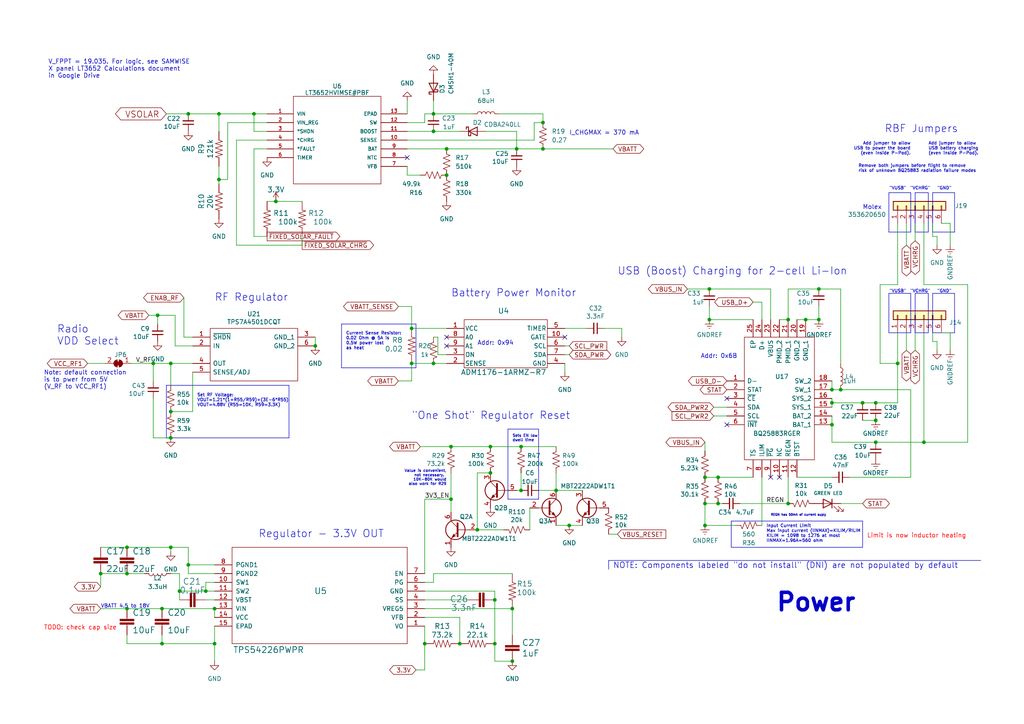
<source format=kicad_sch>
(kicad_sch (version 20230121) (generator eeschema)
  (paper "A4")
  (title_block (title "PyCubed Mainboard") (date "2024-05-14") (rev "v06b") (company "Stanford Student Space Initiative") (comment 1 "Ethan Brinser"))
  (junction (at 142.24 129.54))
  (junction (at 125.73 33.02))
  (junction (at 237.49 83.82))
  (junction (at 36.83 166.37))
  (junction (at 54.61 163.83))
  (junction (at 49.53 105.41))
  (junction (at 125.73 105.41))
  (junction (at 157.48 43.18))
  (junction (at 254 116.84))
  (junction (at 130.81 144.78))
  (junction (at 129.54 43.18))
  (junction (at 63.5 33.02))
  (junction (at 267.97 128.27))
  (junction (at 151.13 142.24))
  (junction (at 133.35 186.69))
  (junction (at 151.13 129.54))
  (junction (at 52.07 171.45))
  (junction (at 208.28 138.43))
  (junction (at 254 128.27))
  (junction (at 237.49 92.71))
  (junction (at 254 121.92))
  (junction (at 205.74 92.71))
  (junction (at 204.47 146.05))
  (junction (at 205.74 83.82))
  (junction (at 129.54 50.8))
  (junction (at 165.1 152.4))
  (junction (at 46.99 176.53))
  (junction (at 125.73 38.1))
  (junction (at 119.38 95.25))
  (junction (at 62.23 186.69))
  (junction (at 241.3 116.84))
  (junction (at 143.51 173.99))
  (junction (at 148.59 176.53))
  (junction (at 130.81 129.54))
  (junction (at 62.23 176.53))
  (junction (at 241.3 123.19))
  (junction (at 204.47 152.4))
  (junction (at 142.24 137.16))
  (junction (at 243.84 113.03))
  (junction (at 250.19 116.84))
  (junction (at 228.6 92.71))
  (junction (at 119.38 105.41))
  (junction (at 63.5 52.07))
  (junction (at 148.59 191.77))
  (junction (at 49.53 127))
  (junction (at 228.6 146.05))
  (junction (at 49.53 158.75))
  (junction (at 123.19 186.69))
  (junction (at 80.01 58.42))
  (junction (at 54.61 33.02))
  (junction (at 204.47 138.43))
  (junction (at 149.86 43.18))
  (junction (at 36.83 176.53))
  (junction (at 157.48 35.56))
  (junction (at 44.45 105.41))
  (junction (at 91.44 100.33))
  (junction (at 161.29 142.24))
  (junction (at 29.21 166.37))
  (junction (at 233.68 92.71))
  (junction (at 260.35 105.41))
  (junction (at 45.72 91.44))
  (junction (at 36.83 158.75))
  (junction (at 73.66 33.02))
  (junction (at 59.69 171.45))
  (junction (at 241.3 113.03))
  (junction (at 46.99 186.69))
  (junction (at 138.43 153.67))
  (junction (at 49.53 119.38))
  (junction (at 143.51 186.69))
  (junction (at 208.28 146.05))
  (no_connect (at 210.82 115.57))
  (no_connect (at 118.11 45.72))
  (no_connect (at 163.83 97.79))
  (no_connect (at 129.54 100.33))
  (no_connect (at 210.82 123.19))
  (no_connect (at 129.54 97.79))
  (no_connect (at 223.52 138.43))
  (no_connect (at 226.06 138.43))
  (wire (pts (xy 45.72 91.44) (xy 50.8 91.44)))
  (wire (pts (xy 53.34 97.79) (xy 55.88 97.79)))
  (wire (pts (xy 148.59 176.53) (xy 148.59 184.15)))
  (polyline (pts (xy 270.51 55.88) (xy 270.51 67.31)))
  (wire (pts (xy 161.29 152.4) (xy 165.1 152.4)))
  (wire (pts (xy 63.5 33.02) (xy 73.66 33.02)))
  (wire (pts (xy 273.05 96.52) (xy 275.59 96.52)))
  (wire (pts (xy 125.73 168.91) (xy 123.19 168.91)))
  (wire (pts (xy 264.16 113.03) (xy 264.16 138.43)))
  (wire (pts (xy 118.11 35.56) (xy 123.19 35.56)))
  (wire (pts (xy 138.43 153.67) (xy 138.43 137.16)))
  (polyline (pts (xy 276.86 67.31) (xy 270.51 67.31)))
  (wire (pts (xy 156.21 142.24) (xy 161.29 142.24)))
  (wire (pts (xy 49.53 105.41) (xy 55.88 105.41)))
  (wire (pts (xy 179.07 154.94) (xy 176.53 154.94)))
  (wire (pts (xy 165.1 152.4) (xy 168.91 152.4)))
  (wire (pts (xy 204.47 128.27) (xy 204.47 130.81)))
  (polyline (pts (xy 257.81 55.88) (xy 257.81 67.31)))
  (wire (pts (xy 80.01 58.42) (xy 77.47 58.42)))
  (wire (pts (xy 275.59 96.52) (xy 275.59 101.6)))
  (polyline (pts (xy 269.24 55.88) (xy 269.24 67.31)))
  (wire (pts (xy 121.92 129.54) (xy 130.81 129.54)))
  (wire (pts (xy 44.45 127) (xy 49.53 127)))
  (wire (pts (xy 80.01 58.42) (xy 87.63 58.42)))
  (wire (pts (xy 49.53 158.75) (xy 54.61 158.75)))
  (wire (pts (xy 255.27 105.41) (xy 260.35 105.41)))
  (polyline (pts (xy 269.24 67.31) (xy 265.43 67.31)))
  (wire (pts (xy 250.19 121.92) (xy 254 121.92)))
  (wire (pts (xy 265.43 96.52) (xy 265.43 101.6)))
  (wire (pts (xy 125.73 33.02) (xy 137.16 33.02)))
  (wire (pts (xy 36.83 186.69) (xy 36.83 184.15)))
  (wire (pts (xy 118.11 40.64) (xy 154.94 40.64)))
  (wire (pts (xy 220.98 87.63) (xy 220.98 92.71)))
  (wire (pts (xy 125.73 105.41) (xy 129.54 105.41)))
  (wire (pts (xy 241.3 120.65) (xy 241.3 123.19)))
  (polyline (pts (xy 264.16 85.09) (xy 257.81 85.09)))
  (wire (pts (xy 163.83 95.25) (xy 170.18 95.25)))
  (wire (pts (xy 218.44 87.63) (xy 220.98 87.63)))
  (polyline (pts (xy 156.21 144.78) (xy 147.32 144.78)))
  (wire (pts (xy 243.84 146.05) (xy 250.19 146.05)))
  (wire (pts (xy 165.1 102.87) (xy 163.83 102.87)))
  (wire (pts (xy 46.99 186.69) (xy 62.23 186.69)))
  (wire (pts (xy 118.11 29.21) (xy 118.11 33.02)))
  (wire (pts (xy 54.61 33.02) (xy 63.5 33.02)))
  (wire (pts (xy 165.1 100.33) (xy 163.83 100.33)))
  (wire (pts (xy 260.35 116.84) (xy 260.35 105.41)))
  (polyline (pts (xy 257.81 67.31) (xy 264.16 67.31)))
  (wire (pts (xy 123.19 166.37) (xy 123.19 144.78)))
  (wire (pts (xy 151.13 129.54) (xy 161.29 129.54)))
  (wire (pts (xy 123.19 186.69) (xy 123.19 194.31)))
  (wire (pts (xy 63.5 48.26) (xy 63.5 52.07)))
  (polyline (pts (xy 176.53 165.1) (xy 176.53 162.56)))
  (wire (pts (xy 210.82 118.11) (xy 207.01 118.11)))
  (wire (pts (xy 271.78 68.58) (xy 271.78 71.12)))
  (wire (pts (xy 54.61 158.75) (xy 54.61 163.83)))
  (wire (pts (xy 273.05 64.77) (xy 275.59 64.77)))
  (wire (pts (xy 231.14 92.71) (xy 233.68 92.71)))
  (wire (pts (xy 228.6 83.82) (xy 228.6 92.71)))
  (wire (pts (xy 154.94 35.56) (xy 157.48 35.56)))
  (wire (pts (xy 46.99 186.69) (xy 46.99 184.15)))
  (polyline (pts (xy 276.86 55.88) (xy 270.51 55.88)))
  (wire (pts (xy 130.81 129.54) (xy 142.24 129.54)))
  (wire (pts (xy 43.18 91.44) (xy 45.72 91.44)))
  (wire (pts (xy 151.13 137.16) (xy 151.13 142.24)))
  (wire (pts (xy 68.58 40.64) (xy 77.47 40.64)))
  (wire (pts (xy 267.97 96.52) (xy 267.97 128.27)))
  (polyline (pts (xy 48.26 111.76) (xy 48.26 127)))
  (wire (pts (xy 241.3 128.27) (xy 241.3 123.19)))
  (polyline (pts (xy 264.16 67.31) (xy 264.16 55.88)))
  (wire (pts (xy 63.5 52.07) (xy 63.5 53.34)))
  (wire (pts (xy 204.47 152.4) (xy 213.36 152.4)))
  (wire (pts (xy 59.69 171.45) (xy 59.69 168.91)))
  (wire (pts (xy 130.81 144.78) (xy 130.81 148.59)))
  (wire (pts (xy 62.23 186.69) (xy 62.23 191.77)))
  (wire (pts (xy 48.26 33.02) (xy 54.61 33.02)))
  (polyline (pts (xy 147.32 144.78) (xy 147.32 124.46)))
  (wire (pts (xy 226.06 92.71) (xy 228.6 92.71)))
  (wire (pts (xy 138.43 137.16) (xy 142.24 137.16)))
  (wire (pts (xy 52.07 171.45) (xy 52.07 166.37)))
  (wire (pts (xy 62.23 181.61) (xy 62.23 186.69)))
  (wire (pts (xy 254 128.27) (xy 241.3 128.27)))
  (polyline (pts (xy 276.86 67.31) (xy 276.86 55.88)))
  (wire (pts (xy 62.23 173.99) (xy 59.69 173.99)))
  (wire (pts (xy 44.45 115.57) (xy 44.45 127)))
  (wire (pts (xy 36.83 158.75) (xy 49.53 158.75)))
  (wire (pts (xy 209.55 146.05) (xy 208.28 146.05)))
  (wire (pts (xy 210.82 120.65) (xy 207.01 120.65)))
  (polyline (pts (xy 120.65 106.68) (xy 99.06 106.68)))
  (wire (pts (xy 243.84 105.41) (xy 243.84 83.82)))
  (wire (pts (xy 143.51 173.99) (xy 143.51 186.69)))
  (wire (pts (xy 30.48 105.41) (xy 25.4 105.41)))
  (wire (pts (xy 38.1 105.41) (xy 44.45 105.41)))
  (wire (pts (xy 243.84 83.82) (xy 237.49 83.82)))
  (wire (pts (xy 29.21 166.37) (xy 36.83 166.37)))
  (wire (pts (xy 168.91 142.24) (xy 161.29 142.24)))
  (wire (pts (xy 250.19 116.84) (xy 241.3 116.84)))
  (wire (pts (xy 68.58 71.12) (xy 68.58 40.64)))
  (wire (pts (xy 208.28 146.05) (xy 204.47 146.05)))
  (wire (pts (xy 267.97 82.55) (xy 280.67 82.55)))
  (wire (pts (xy 49.53 111.76) (xy 49.53 105.41)))
  (polyline (pts (xy 276.86 96.52) (xy 276.86 85.09)))
  (wire (pts (xy 127 102.87) (xy 129.54 102.87)))
  (wire (pts (xy 87.63 71.12) (xy 68.58 71.12)))
  (wire (pts (xy 63.5 33.02) (xy 63.5 38.1)))
  (wire (pts (xy 123.19 181.61) (xy 123.19 186.69)))
  (wire (pts (xy 73.66 43.18) (xy 77.47 43.18)))
  (polyline (pts (xy 212.09 151.13) (xy 212.09 158.75)))
  (wire (pts (xy 260.35 64.77) (xy 260.35 82.55)))
  (wire (pts (xy 218.44 138.43) (xy 208.28 138.43)))
  (wire (pts (xy 153.67 153.67) (xy 153.67 147.32)))
  (polyline (pts (xy 120.65 93.98) (xy 120.65 106.68)))
  (polyline (pts (xy 83.82 127) (xy 83.82 111.76)))
  (wire (pts (xy 233.68 92.71) (xy 237.49 92.71)))
  (wire (pts (xy 260.35 82.55) (xy 255.27 82.55)))
  (wire (pts (xy 62.23 168.91) (xy 59.69 168.91)))
  (wire (pts (xy 237.49 88.9) (xy 237.49 92.71)))
  (wire (pts (xy 254 116.84) (xy 250.19 116.84)))
  (wire (pts (xy 119.38 105.41) (xy 119.38 110.49)))
  (wire (pts (xy 241.3 110.49) (xy 241.3 113.03)))
  (wire (pts (xy 52.07 173.99) (xy 52.07 171.45)))
  (polyline (pts (xy 265.43 96.52) (xy 265.43 85.09)))
  (wire (pts (xy 49.53 166.37) (xy 52.07 166.37)))
  (wire (pts (xy 29.21 158.75) (xy 36.83 158.75)))
  (wire (pts (xy 115.57 110.49) (xy 119.38 110.49)))
  (wire (pts (xy 44.45 110.49) (xy 44.45 105.41)))
  (wire (pts (xy 123.19 33.02) (xy 125.73 33.02)))
  (wire (pts (xy 241.3 115.57) (xy 241.3 116.84)))
  (wire (pts (xy 163.83 107.95) (xy 163.83 105.41)))
  (wire (pts (xy 270.51 96.52) (xy 270.51 99.06)))
  (polyline (pts (xy 250.19 151.13) (xy 212.09 151.13)))
  (wire (pts (xy 208.28 138.43) (xy 204.47 138.43)))
  (polyline (pts (xy 99.06 93.98) (xy 120.65 93.98)))
  (wire (pts (xy 44.45 105.41) (xy 49.53 105.41)))
  (wire (pts (xy 53.34 86.36) (xy 53.34 97.79)))
  (wire (pts (xy 123.19 171.45) (xy 143.51 171.45)))
  (wire (pts (xy 149.86 38.1) (xy 149.86 43.18)))
  (wire (pts (xy 237.49 83.82) (xy 228.6 83.82)))
  (wire (pts (xy 115.57 88.9) (xy 119.38 88.9)))
  (polyline (pts (xy 212.09 158.75) (xy 250.19 158.75)))
  (wire (pts (xy 270.51 99.06) (xy 271.78 99.06)))
  (wire (pts (xy 148.59 166.37) (xy 125.73 166.37)))
  (wire (pts (xy 223.52 83.82) (xy 205.74 83.82)))
  (wire (pts (xy 119.38 95.25) (xy 119.38 88.9)))
  (wire (pts (xy 223.52 92.71) (xy 223.52 83.82)))
  (wire (pts (xy 262.89 71.12) (xy 262.89 64.77)))
  (wire (pts (xy 54.61 166.37) (xy 62.23 166.37)))
  (wire (pts (xy 133.35 179.07) (xy 133.35 186.69)))
  (wire (pts (xy 29.21 170.18) (xy 29.21 166.37)))
  (wire (pts (xy 63.5 52.07) (xy 66.04 52.07)))
  (wire (pts (xy 254 116.84) (xy 260.35 116.84)))
  (wire (pts (xy 241.3 138.43) (xy 231.14 138.43)))
  (wire (pts (xy 241.3 116.84) (xy 241.3 118.11)))
  (polyline (pts (xy 257.81 85.09) (xy 257.81 96.52)))
  (wire (pts (xy 73.66 43.18) (xy 73.66 68.58)))
  (wire (pts (xy 50.8 100.33) (xy 55.88 100.33)))
  (wire (pts (xy 123.19 176.53) (xy 148.59 176.53)))
  (polyline (pts (xy 48.26 127) (xy 83.82 127)))
  (wire (pts (xy 254 128.27) (xy 267.97 128.27)))
  (wire (pts (xy 119.38 105.41) (xy 125.73 105.41)))
  (polyline (pts (xy 269.24 85.09) (xy 269.24 96.52)))
  (wire (pts (xy 180.34 97.79) (xy 180.34 95.25)))
  (wire (pts (xy 143.51 191.77) (xy 148.59 191.77)))
  (wire (pts (xy 91.44 100.33) (xy 91.44 97.79)))
  (wire (pts (xy 130.81 137.16) (xy 130.81 144.78)))
  (polyline (pts (xy 257.81 96.52) (xy 264.16 96.52)))
  (wire (pts (xy 49.53 158.75) (xy 49.53 160.02)))
  (wire (pts (xy 220.98 152.4) (xy 220.98 138.43)))
  (wire (pts (xy 205.74 83.82) (xy 199.39 83.82)))
  (wire (pts (xy 129.54 43.18) (xy 149.86 43.18)))
  (wire (pts (xy 123.19 173.99) (xy 135.89 173.99)))
  (wire (pts (xy 260.35 105.41) (xy 260.35 96.52)))
  (wire (pts (xy 87.63 71.12) (xy 87.63 68.58)))
  (wire (pts (xy 36.83 176.53) (xy 46.99 176.53)))
  (wire (pts (xy 267.97 64.77) (xy 267.97 82.55)))
  (wire (pts (xy 157.48 33.02) (xy 157.48 35.56)))
  (wire (pts (xy 180.34 95.25) (xy 175.26 95.25)))
  (wire (pts (xy 123.19 194.31) (xy 120.65 194.31)))
  (wire (pts (xy 205.74 88.9) (xy 205.74 92.71)))
  (wire (pts (xy 154.94 40.64) (xy 154.94 35.56)))
  (wire (pts (xy 143.51 171.45) (xy 143.51 173.99)))
  (polyline (pts (xy 265.43 55.88) (xy 269.24 55.88)))
  (wire (pts (xy 123.19 179.07) (xy 133.35 179.07)))
  (wire (pts (xy 271.78 99.06) (xy 271.78 101.6)))
  (wire (pts (xy 243.84 113.03) (xy 264.16 113.03)))
  (polyline (pts (xy 276.86 85.09) (xy 270.51 85.09)))
  (polyline (pts (xy 156.21 144.78) (xy 156.21 124.46)))
  (wire (pts (xy 267.97 128.27) (xy 280.67 128.27)))
  (wire (pts (xy 127 102.87) (xy 127 97.79)))
  (wire (pts (xy 228.6 138.43) (xy 228.6 146.05)))
  (wire (pts (xy 280.67 82.55) (xy 280.67 128.27)))
  (wire (pts (xy 146.05 153.67) (xy 138.43 153.67)))
  (wire (pts (xy 46.99 176.53) (xy 62.23 176.53)))
  (wire (pts (xy 204.47 146.05) (xy 204.47 152.4)))
  (wire (pts (xy 118.11 50.8) (xy 121.92 50.8)))
  (wire (pts (xy 270.51 68.58) (xy 271.78 68.58)))
  (polyline (pts (xy 176.53 162.56) (xy 284.48 162.56)))
  (wire (pts (xy 62.23 179.07) (xy 62.23 176.53)))
  (wire (pts (xy 262.89 101.6) (xy 262.89 96.52)))
  (polyline (pts (xy 276.86 96.52) (xy 270.51 96.52)))
  (wire (pts (xy 45.72 91.44) (xy 45.72 93.98)))
  (wire (pts (xy 149.86 43.18) (xy 157.48 43.18)))
  (wire (pts (xy 142.24 129.54) (xy 151.13 129.54)))
  (wire (pts (xy 275.59 64.77) (xy 275.59 71.12)))
  (polyline (pts (xy 99.06 106.68) (xy 99.06 93.98)))
  (wire (pts (xy 54.61 163.83) (xy 54.61 166.37)))
  (wire (pts (xy 36.83 166.37) (xy 41.91 166.37)))
  (wire (pts (xy 62.23 171.45) (xy 59.69 171.45)))
  (wire (pts (xy 66.04 52.07) (xy 66.04 35.56)))
  (wire (pts (xy 118.11 43.18) (xy 129.54 43.18)))
  (polyline (pts (xy 83.82 111.76) (xy 48.26 111.76)))
  (wire (pts (xy 66.04 35.56) (xy 77.47 35.56)))
  (polyline (pts (xy 269.24 96.52) (xy 265.43 96.52)))
  (wire (pts (xy 73.66 38.1) (xy 77.47 38.1)))
  (wire (pts (xy 157.48 43.18) (xy 177.8 43.18)))
  (wire (pts (xy 241.3 113.03) (xy 243.84 113.03)))
  (wire (pts (xy 143.51 191.77) (xy 143.51 186.69)))
  (wire (pts (xy 133.35 38.1) (xy 125.73 38.1)))
  (wire (pts (xy 149.86 142.24) (xy 151.13 142.24)))
  (polyline (pts (xy 270.51 85.09) (xy 270.51 96.52)))
  (polyline (pts (xy 156.21 124.46) (xy 147.32 124.46)))
  (wire (pts (xy 36.83 186.69) (xy 46.99 186.69)))
  (wire (pts (xy 161.29 137.16) (xy 161.29 142.24)))
  (wire (pts (xy 125.73 29.21) (xy 125.73 33.02)))
  (wire (pts (xy 270.51 64.77) (xy 270.51 68.58)))
  (wire (pts (xy 246.38 138.43) (xy 264.16 138.43)))
  (wire (pts (xy 73.66 33.02) (xy 73.66 38.1)))
  (wire (pts (xy 73.66 68.58) (xy 77.47 68.58)))
  (wire (pts (xy 255.27 82.55) (xy 255.27 105.41)))
  (polyline (pts (xy 264.16 96.52) (xy 264.16 85.09)))
  (polyline (pts (xy 250.19 158.75) (xy 250.19 151.13)))
  (wire (pts (xy 123.19 35.56) (xy 123.19 33.02)))
  (wire (pts (xy 50.8 91.44) (xy 50.8 100.33)))
  (wire (pts (xy 118.11 48.26) (xy 118.11 50.8)))
  (wire (pts (xy 205.74 92.71) (xy 218.44 92.71)))
  (wire (pts (xy 140.97 38.1) (xy 149.86 38.1)))
  (wire (pts (xy 73.66 33.02) (xy 77.47 33.02)))
  (wire (pts (xy 119.38 95.25) (xy 129.54 95.25)))
  (wire (pts (xy 127 97.79) (xy 125.73 97.79)))
  (wire (pts (xy 55.88 119.38) (xy 55.88 107.95)))
  (wire (pts (xy 123.19 144.78) (xy 130.81 144.78)))
  (wire (pts (xy 62.23 163.83) (xy 54.61 163.83)))
  (polyline (pts (xy 264.16 55.88) (xy 257.81 55.88)))
  (wire (pts (xy 265.43 64.77) (xy 265.43 69.85)))
  (wire (pts (xy 59.69 171.45) (xy 52.07 171.45)))
  (wire (pts (xy 214.63 146.05) (xy 228.6 146.05)))
  (wire (pts (xy 36.83 176.53) (xy 29.21 176.53)))
  (wire (pts (xy 118.11 38.1) (xy 125.73 38.1)))
  (wire (pts (xy 49.53 119.38) (xy 55.88 119.38)))
  (wire (pts (xy 125.73 166.37) (xy 125.73 168.91)))
  (wire (pts (xy 144.78 33.02) (xy 157.48 33.02)))
  (polyline (pts (xy 265.43 67.31) (xy 265.43 55.88)))
  (polyline (pts (xy 265.43 85.09) (xy 269.24 85.09)))
  (text "Addr: 0x94" (at 138.43 100.33 0) (effects (font (size 1.27 1.27)) (justify left bottom)))
  (text "USB (Boost) Charging for 2-cell Li-Ion" (at 179.07 80.01 0) (effects (font (size 2.159 2.159)) (justify left bottom)))
  (text "Input Current Limit\nMax input current (IINMAX)=KILIM/RILIM\nKILIM = 1098 to 1276 at most\nIINMAX=1.96A=560 ohm" (at 222.25 157.48 0) (effects (font (size 0.889 0.889)) (justify left bottom)))
  (text "Addr: 0x6B" (at 203.2 104.14 0) (effects (font (size 1.27 1.27)) (justify left bottom)))
  (text "Power" (at 224.79 177.8 0) (effects (font (size 5.08 5.08) (thickness 1.016) bold) (justify left bottom)))
  (text "\"VUSB\"" (at 262.89 85.09 0) (effects (font (size 0.889 0.889)) (justify right bottom)))
  (text "\"One Shot\" Regulator Reset" (at 119.38 121.92 0) (effects (font (size 2.159 2.159)) (justify left bottom)))
  (text "Remove both jumpers before flight to remove\nrisk of unknown BQ25883 radiation failure modes\n" (at 248.92 50.165 0) (effects (font (size 0.889 0.889)) (justify left bottom)))
  (text "Radio\nVDD Select" (at 16.51 100.33 0) (effects (font (size 2.159 2.159)) (justify left bottom)))
  (text "\"VUSB\"" (at 262.89 55.245 0) (effects (font (size 0.889 0.889)) (justify right bottom)))
  (text "Battery Power Monitor" (at 130.81 86.36 0) (effects (font (size 2.159 2.159)) (justify left bottom)))
  (text "VBATT 4.5 to 18V" (at 29.21 176.53 0) (effects (font (size 1.0668 1.0668)) (justify left bottom)))
  (text "I_CHGMAX = 370 mA" (at 165.1 39.37 0) (effects (font (size 1.27 1.27)) (justify left bottom)))
  (text "RF Regulator" (at 62.23 87.63 0) (effects (font (size 2.159 2.159)) (justify left bottom)))
  (text "Current Sense Resistor:\n0.02 Ohm @ 5A is\n0.5W power lost\nas heat" (at 100.33 101.6 0) (effects (font (size 0.889 0.889)) (justify left bottom)))
  (text "Value is convenient,\nnot necessary. \n10K-80K would\nalso work for R29" (at 129.54 140.97 0) (effects (font (size 0.7874 0.7874)) (justify right bottom)))
  (text "Limit is now inductor heating" (at 251.46 156.21 0) (effects (font (size 1.27 1.27)) (justify left bottom)))
  (text "V_FPPT = 19.035. For logic, see SAMWISE\nX panel LT3652 Calculations document\nin Google Drive" (at 13.97 22.86 0) (effects (font (size 1.27 1.27)) (justify left bottom)))
  (text "TODO: check cap size" (at 12.7 182.88 0) (effects (font (size 1.27 1.27)) (justify left bottom)))
  (text "Add jumper to allow\nUSB to power the board\n(even inside P-Pod).\n" (at 264.16 45.085 0) (effects (font (size 0.889 0.889)) (justify right bottom)))
  (text "Note: default connection \nis to pwer from 5V\n(V_RF to VCC_RF1)" (at 12.7 113.03 0) (effects (font (size 1.27 1.27)) (justify left bottom)))
  (text "\"VCHRG\"" (at 269.875 85.09 0) (effects (font (size 0.889 0.889)) (justify right bottom)))
  (text "\"GND\"" (at 271.78 85.09 0) (effects (font (size 0.889 0.889)) (justify left bottom)))
  (text "Regulator - 3.3V OUT" (at 74.93 156.21 0) (effects (font (size 2.159 2.159)) (justify left bottom)))
  (text "Set RF Voltage:\nVOUT=1.21*(1+R55/R59)+(3E-6*R55)\nVOUT=4.88V (R55=10K, R59=3.3K)\n" (at 57.15 118.11 0) (effects (font (size 0.889 0.889)) (justify left bottom)))
  (text "NOTE: Components labeled \"do not install\" (DNI) are not populated by default" (at 177.8 165.1 0) (effects (font (size 1.651 1.651)) (justify left bottom)))
  (text "REGN has 50mA of current suply" (at 223.52 149.86 0) (effects (font (size 0.635 0.635)) (justify left bottom)))
  (text "\"GND\"" (at 271.78 55.245 0) (effects (font (size 0.889 0.889)) (justify left bottom)))
  (text "RBF Jumpers" (at 256.54 38.735 0) (effects (font (size 2.159 2.159)) (justify left bottom)))
  (text "Add jumper to allow\nUSB battery charging\n(even inside P-Pod).\n" (at 269.24 45.085 0) (effects (font (size 0.889 0.889)) (justify left bottom)))
  (text "Molex" (at 250.19 60.96 0) (effects (font (size 1.27 1.27)) (justify left bottom)))
  (text "\"VCHRG\"" (at 269.875 55.245 0) (effects (font (size 0.889 0.889)) (justify right bottom)))
  (text "Sets EN low\ndwell time" (at 148.59 128.27 0) (effects (font (size 0.7874 0.7874)) (justify left bottom)))
  (label "3V3_EN" (at 123.19 144.78 0))
  (label "REGN" (at 222.25 146.05 0))
  (label "V_RF" (at 39.37 105.41 0))
  (global_label "VBUS_IN" (shape bidirectional) (at 199.39 83.82 180) (property "Intersheetrefs" "${INTERSHEET_REFS}" (effects hide)))
  (global_label "3.3V" (shape bidirectional) (at 29.21 170.18 180) (property "Intersheetrefs" "${INTERSHEET_REFS}" (effects hide)))
  (global_label "ENAB_RF" (shape bidirectional) (at 53.34 86.36 180) (property "Intersheetrefs" "${INTERSHEET_REFS}" (effects hide)))
  (global_label "SDA_PWR" (shape bidirectional) (at 165.1 102.87 0) (property "Intersheetrefs" "${INTERSHEET_REFS}" (effects hide)))
  (global_label "VBATT" (shape bidirectional) (at 262.89 71.12 270) (property "Intersheetrefs" "${INTERSHEET_REFS}" (effects hide)))
  (global_label "VBATT" (shape bidirectional) (at 177.8 43.18 0) (property "Intersheetrefs" "${INTERSHEET_REFS}" (effects hide)))
  (global_label "VBATT" (shape bidirectional) (at 121.92 129.54 180) (property "Intersheetrefs" "${INTERSHEET_REFS}" (effects hide)))
  (global_label "VBATT" (shape bidirectional) (at 29.21 176.53 180) (property "Intersheetrefs" "${INTERSHEET_REFS}" (effects hide)))
  (global_label "STAT" (shape bidirectional) (at 210.82 113.03 180) (property "Intersheetrefs" "${INTERSHEET_REFS}" (effects hide)))
  (global_label "~{FIXED_SOLAR_FAULT}" (shape output) (at 77.47 68.58 0) (property "Intersheetrefs" "${INTERSHEET_REFS}" (effects hide)))
  (global_label "SDA_PWR2" (shape bidirectional) (at 207.01 118.11 180) (property "Intersheetrefs" "${INTERSHEET_REFS}" (effects hide)))
  (global_label "VBUS_RESET" (shape input) (at 179.07 154.94 0) (property "Intersheetrefs" "${INTERSHEET_REFS}" (effects hide)))
  (global_label "USB_D+" (shape bidirectional) (at 218.44 87.63 180) (property "Intersheetrefs" "${INTERSHEET_REFS}" (effects hide)))
  (global_label "SCL_PWR2" (shape input) (at 207.01 120.65 180) (property "Intersheetrefs" "${INTERSHEET_REFS}" (effects hide)))
  (global_label "VSOLAR" (shape bidirectional) (at 48.26 33.02 180) (effects (font (size 1.778 1.778))) (property "Intersheetrefs" "${INTERSHEET_REFS}" (effects hide)))
  (global_label "VBATT_SENSE" (shape bidirectional) (at 115.57 88.9 180) (property "Intersheetrefs" "${INTERSHEET_REFS}" (effects hide)))
  (global_label "VBATT" (shape bidirectional) (at 262.89 101.6 270) (property "Intersheetrefs" "${INTERSHEET_REFS}" (effects hide)))
  (global_label "VBATT" (shape bidirectional) (at 43.18 91.44 180) (property "Intersheetrefs" "${INTERSHEET_REFS}" (effects hide)))
  (global_label "VBUS_IN" (shape bidirectional) (at 204.47 128.27 180) (property "Intersheetrefs" "${INTERSHEET_REFS}" (effects hide)))
  (global_label "USB_D-" (shape bidirectional) (at 210.82 110.49 180) (property "Intersheetrefs" "${INTERSHEET_REFS}" (effects hide)))
  (global_label "VCHRG" (shape bidirectional) (at 265.43 101.6 270) (property "Intersheetrefs" "${INTERSHEET_REFS}" (effects hide)))
  (global_label "VCC_RF1" (shape bidirectional) (at 25.4 105.41 180) (property "Intersheetrefs" "${INTERSHEET_REFS}" (effects hide)))
  (global_label "SCL_PWR" (shape input) (at 165.1 100.33 0) (property "Intersheetrefs" "${INTERSHEET_REFS}" (effects hide)))
  (global_label "VBATT" (shape bidirectional) (at 115.57 110.49 180) (property "Intersheetrefs" "${INTERSHEET_REFS}" (effects hide)))
  (global_label "STAT" (shape bidirectional) (at 250.19 146.05 0) (property "Intersheetrefs" "${INTERSHEET_REFS}" (effects hide)))
  (global_label "VCHRG" (shape bidirectional) (at 265.43 69.85 270) (property "Intersheetrefs" "${INTERSHEET_REFS}" (effects hide)))
  (global_label "~{FIXED_SOLAR_CHRG}" (shape output) (at 87.63 71.12 0) (property "Intersheetrefs" "${INTERSHEET_REFS}" (effects hide)))
  (global_label "3.3V" (shape bidirectional) (at 120.65 194.31 180) (property "Intersheetrefs" "${INTERSHEET_REFS}" (effects hide)))
  (symbol (lib_id "mainboard:1.0UF-0603-16V-10%") (at 57.15 173.99 90) (unit 1)
    (property "Reference" "C21" (at 58.42 167.64 90) (effects (font (size 1.778 1.778)) (justify left bottom)))
    (property "Value" "0.1uF" (at 59.69 170.18 90) (effects (font (size 1.778 1.778)) (justify left bottom)))
    (property "Footprint" "Capacitor_SMD:C_0603_1608Metric" (effects hide))
    (property "Description" "0.1uF +-10% 50V X7R 0603" (effects hide))
  )
  (symbol (lib_id "mainboard:R-US_R0603") (at 138.43 186.69 180) (unit 1)
    (property "Reference" "R14" (at 138.43 181.61 0) (effects (font (size 1.4986 1.4986))))
    (property "Value" "22.1k" (at 138.43 184.15 0) (effects (font (size 1.4986 1.4986))))
    (property "Footprint" "Resistor_SMD:R_0603_1608Metric" (effects hide))
    (property "Description" "22.1K 0603" (effects hide))
  )
  (symbol (lib_id "mainboard:R-US_R2512") (at 119.38 100.33 90) (unit 1)
    (property "Reference" "R8" (at 116.84 97.79 90) (effects (font (size 1.4986 1.4986)) (justify left bottom)))
    (property "Value" "0.02" (at 116.84 100.33 90) (effects (font (size 1.4986 1.4986)) (justify left bottom)))
    (property "Footprint" "Resistor_SMD:R_2512_6332Metric" (effects hide))
    (property "Description" "0.02 0.5% 2W 2512" (effects hide))
  )
  (symbol (lib_id "mainboard:1.0UF-0603-16V-10%") (at 148.59 189.23 0) (unit 1)
    (property "Reference" "C27" (at 151.3332 186.4106 0) (effects (font (size 1.778 1.778)) (justify left)))
    (property "Value" "1uF" (at 151.3332 189.484 0) (effects (font (size 1.778 1.778)) (justify left)))
    (property "Footprint" "Capacitor_SMD:C_0603_1608Metric" (effects hide))
    (property "Description" "1uF 0603 X7R" (effects hide))
  )
  (symbol (lib_id "mainboard:22UF-0805-6.3V-20%") (at 29.21 163.83 0) (unit 1)
    (property "Reference" "C17" (at 30.734 160.909 0) (effects (font (size 1.778 1.778)) (justify left bottom)))
    (property "Value" "22uF" (at 30.734 165.989 0) (effects (font (size 1.778 1.778)) (justify left bottom)))
    (property "Footprint" "Capacitor_SMD:C_0603_1608Metric" (effects hide))
    (property "Description" "22uF +-20% 10V X5R" (effects hide))
  )
  (symbol (lib_id "mainboard:R-US_R0603") (at 148.59 171.45 270) (unit 1)
    (property "Reference" "R15" (at 149.86 170.18 90) (effects (font (size 1.4986 1.4986)) (justify left bottom)))
    (property "Value" "100k" (at 149.86 172.72 90) (effects (font (size 1.4986 1.4986)) (justify left bottom)))
    (property "Footprint" "Resistor_SMD:R_0603_1608Metric" (effects hide))
    (property "Description" "100K 0603" (effects hide))
  )
  (symbol (lib_id "Device:L") (at 45.72 166.37 270) (unit 1)
    (property "Reference" "L2" (at 45.72 167.64 90))
    (property "Value" "3.3uH" (at 45.72 170.18 90))
    (property "Footprint" "mainboard:L_2141" (effects hide))
    (property "Datasheet" "https://datasheet.lcsc.com/lcsc/2009171412_TAI-TECH-HPC5040NF-3R3MTH_C304367.pdf" (effects hide))
    (property "Description" "3.3uH Shielded Inductor" (effects hide))
    (property "Flight" "SPM5030T-3R3M-HZ" (effects hide))
    (property "Manufacturer_Name" "TAI-TECH" (effects hide))
    (property "Manufacturer_Part_Number" "HPC5040NF-3R3MTH" (effects hide))
    (property "Proto" "HPC5040NF-3R3MTH" (effects hide))
  )
  (symbol (lib_id "power:GNDREF") (at 237.49 92.71 0) (unit 1)
    (property "Reference" "#PWR0102" (effects hide))
    (property "Value" "GNDREF" (at 237.617 97.1042 0))
  )
  (symbol (lib_id "power:GNDREF") (at 205.74 92.71 0) (unit 1)
    (property "Reference" "#PWR0103" (effects hide))
    (property "Value" "GNDREF" (at 205.867 97.1042 0))
  )
  (symbol (lib_id "Device:C_Small") (at 243.84 138.43 270) (unit 1)
    (property "Reference" "C36" (at 243.84 132.6134 90))
    (property "Value" "47nF" (at 243.84 134.9248 90))
    (property "Footprint" "Capacitor_SMD:C_0603_1608Metric" (effects hide))
    (property "Description" "47nF +-10% 50V X7R" (effects hide))
  )
  (symbol (lib_id "Device:C_Small") (at 250.19 119.38 180) (unit 1)
    (property "Reference" "C37" (at 247.65 118.11 0) (effects (justify left)))
    (property "Value" "22uF" (at 248.92 120.65 0) (effects (justify left)))
    (property "Footprint" "Capacitor_SMD:C_0603_1608Metric" (effects hide))
    (property "Description" "22uF +-20% 10V X5R" (effects hide))
  )
  (symbol (lib_id "power:GNDREF") (at 254 121.92 0) (unit 1)
    (property "Reference" "#PWR0104" (effects hide))
    (property "Value" "GNDREF" (at 254 125.73 0))
  )
  (symbol (lib_id "Device:C_Small") (at 254 130.81 180) (unit 1)
    (property "Reference" "C39" (at 251.46 129.54 0) (effects (justify left)))
    (property "Value" "10uF" (at 252.73 132.08 0) (effects (justify left)))
    (property "Footprint" "Capacitor_SMD:C_0603_1608Metric" (effects hide))
    (property "Description" "10uF +-20% 10V X5R" (effects hide))
  )
  (symbol (lib_id "power:GNDREF") (at 254 133.35 0) (unit 1)
    (property "Reference" "#PWR0105" (effects hide))
    (property "Value" "GNDREF" (at 254 137.16 0))
  )
  (symbol (lib_id "Device:R_US") (at 232.41 146.05 270) (mirror x) (unit 1)
    (property "Reference" "R31" (at 232.41 140.843 90))
    (property "Value" "10k" (at 232.41 143.1544 90))
    (property "Footprint" "Resistor_SMD:R_0603_1608Metric" (effects hide))
    (property "Description" "10K 0603" (effects hide))
  )
  (symbol (lib_id "Device:C_Small") (at 212.09 146.05 270) (unit 1)
    (property "Reference" "C34" (at 208.28 148.59 90) (effects (justify left)))
    (property "Value" "4.7uF" (at 213.36 148.59 90) (effects (justify left)))
    (property "Footprint" "Capacitor_SMD:C_0603_1608Metric" (effects hide))
    (property "Description" "4.7uF +-20% 10V X5R" (effects hide))
  )
  (symbol (lib_id "power:GNDREF") (at 204.47 152.4 0) (unit 1)
    (property "Reference" "#PWR0106" (effects hide))
    (property "Value" "GNDREF" (at 204.597 156.7942 0))
  )
  (symbol (lib_id "Device:C_Small") (at 205.74 86.36 180) (unit 1)
    (property "Reference" "C33" (at 203.2 85.09 0) (effects (justify left)))
    (property "Value" "1uF" (at 204.47 87.63 0) (effects (justify left)))
    (property "Footprint" "Capacitor_SMD:C_0603_1608Metric" (effects hide))
    (property "Description" "1uF 0603 X7R" (effects hide))
  )
  (symbol (lib_id "Device:L") (at 243.84 109.22 0) (unit 1)
    (property "Reference" "L4" (at 246.38 109.22 0))
    (property "Value" "1uH" (at 246.38 110.49 0))
    (property "Footprint" "mainboard:L_2510" (effects hide))
    (property "Datasheet" "https://datasheet.lcsc.com/lcsc/1912111437_PSA-Prosperity-Dielectrics-MCS25GD-1R0MMP_C375955.pdf" (effects hide))
    (property "Description" "1uH Shielded Inductor" (effects hide))
    (property "Flight" "DFE252012F-1R0M" (effects hide))
    (property "Manufacturer_Name" "Prosperity Dielectrics" (effects hide))
    (property "Manufacturer_Part_Number" "MCS25GD-1R0MMP" (effects hide))
    (property "Proto" "MCS25GD-1R0MMP" (effects hide))
  )
  (symbol (lib_id "mainboard:ADM1176-1ARMZ-R7") (at 127 81.28 0) (unit 1)
    (property "Reference" "U4" (at 146.05 90.17 0) (effects (font (size 1.524 1.524))))
    (property "Value" "ADM1176-1ARMZ-R7" (at 146.05 107.95 0) (effects (font (size 1.524 1.524))))
    (property "Footprint" "mainboard:ADM1176-1ARMZ-R7" (effects hide))
    (property "Datasheet" "https://www.analog.com/media/en/technical-documentation/data-sheets/ADM1176.pdf" (effects hide))
    (property "Description" "Power Monitor" (effects hide))
    (property "Flight" "ADM1176-1ARMZ-R7" (effects hide))
    (property "Manufacturer_Name" "Analog Devices Inc." (effects hide))
    (property "Manufacturer_Part_Number" "ADM1176-1ARMZ-R7" (effects hide))
    (property "Proto" "ADM1176-1ARMZ-R7" (effects hide))
  )
  (symbol (lib_id "Device:C_Small") (at 237.49 86.36 180) (unit 1)
    (property "Reference" "C35" (at 234.95 85.09 0) (effects (justify left)))
    (property "Value" "10uF" (at 236.22 87.63 0) (effects (justify left)))
    (property "Footprint" "Capacitor_SMD:C_0603_1608Metric" (effects hide))
    (property "Description" "10uF +-20% 10V X5R" (effects hide))
  )
  (symbol (lib_id "Device:C_Small") (at 254 119.38 180) (unit 1)
    (property "Reference" "C38" (at 256.3368 118.2116 0) (effects (justify right)))
    (property "Value" "22uF" (at 256.3368 120.523 0) (effects (justify right)))
    (property "Footprint" "Capacitor_SMD:C_0603_1608Metric" (effects hide))
    (property "Description" "22uF +-20% 10V X5R" (effects hide))
  )
  (symbol (lib_id "Device:R_US") (at 204.47 134.62 0) (mirror y) (unit 1)
    (property "Reference" "R34" (at 202.7682 133.4516 0) (effects (justify left)))
    (property "Value" "5.23k" (at 202.7682 135.763 0) (effects (justify left)))
    (property "Footprint" "Resistor_SMD:R_0603_1608Metric" (effects hide))
    (property "Description" "5.23K 0603" (effects hide))
  )
  (symbol (lib_id "Device:R_US") (at 204.47 142.24 0) (mirror x) (unit 1)
    (property "Reference" "R35" (at 202.7682 141.0716 0) (effects (justify right)))
    (property "Value" "30.1k" (at 202.7682 143.383 0) (effects (justify right)))
    (property "Footprint" "Resistor_SMD:R_0603_1608Metric" (effects hide))
    (property "Description" "30.1K 0603" (effects hide))
  )
  (symbol (lib_id "Device:R_US") (at 125.73 101.6 0) (mirror x) (unit 1)
    (property "Reference" "R26" (at 123.19 100.33 0))
    (property "Value" "1k" (at 123.19 102.87 0))
    (property "Footprint" "Resistor_SMD:R_0603_1608Metric" (effects hide))
    (property "Description" "1K 0603" (effects hide))
  )
  (symbol (lib_id "Device:C_Small") (at 172.72 95.25 270) (unit 1)
    (property "Reference" "C32" (at 172.72 89.4334 90))
    (property "Value" "3.3nF" (at 172.72 91.7448 90))
    (property "Footprint" "Capacitor_SMD:C_0603_1608Metric" (effects hide))
    (property "Description" "3.3nF +-10% 100V X7R 0603" (effects hide))
  )
  (symbol (lib_id "mainboard:BQ25883RGER") (at 210.82 110.49 0) (unit 1)
    (property "Reference" "U17" (at 224.79 109.22 0) (effects (justify left)))
    (property "Value" "BQ25883RGER" (at 218.44 125.73 0) (effects (justify left)))
    (property "Footprint" "mainboard:QFN50P400X400X100-25N-D" (effects hide))
    (property "Datasheet" "http://www.ti.com/lit/ds/symlink/bq25883.pdf?HQS=TI-null-null-mousermode-df-pf-null-wwe&DCM=yes&ref_url=https%3A%2F%2Fwww.mouser.co.uk%2F" (effects hide))
    (property "Description" "Battery Charger - USB Power Delivery" (effects hide))
    (property "Flight" "BQ25883RGER" (effects hide))
    (property "Manufacturer_Name" "Texas Instruments" (effects hide))
    (property "Manufacturer_Part_Number" "BQ25883RGER" (effects hide))
    (property "Proto" "BQ25883RGER" (effects hide))
  )
  (symbol (lib_id "Device:R_US") (at 217.17 152.4 90) (mirror x) (unit 1)
    (property "Reference" "R36" (at 217.17 157.48 90))
    (property "Value" "560" (at 217.17 154.94 90))
    (property "Footprint" "Resistor_SMD:R_0603_1608Metric" (effects hide))
    (property "Description" "560 0603" (effects hide))
  )
  (symbol (lib_id "Device:R_US") (at 208.28 142.24 180) (unit 1)
    (property "Reference" "R46" (at 210.0072 141.0716 0) (effects (justify right)))
    (property "Value" "10k" (at 210.0072 143.383 0) (effects (justify right)))
    (property "Footprint" "Resistor_SMD:R_0603_1608Metric" (effects hide))
    (property "Description" "10K 0603" (effects hide))
  )
  (symbol (lib_id "Device:LED") (at 240.03 146.05 0) (mirror y) (unit 1)
    (property "Reference" "D5" (at 240.2078 140.9446 0))
    (property "Value" "GREEN LED" (at 240.2078 143.0528 0) (effects (font (size 0.9906 0.9906))))
    (property "Footprint" "LED_SMD:LED_0603_1608Metric" (effects hide))
    (property "Datasheet" "https://optoelectronics.liteon.com/upload/download/DS22-2000-074/LTST-C190KGKT.PDF" (effects hide))
    (property "Description" "Green LED" (effects hide))
    (property "Flight" "LTST-C190KGKT" (effects hide))
    (property "Manufacturer_Name" "Lite-On Inc." (effects hide))
    (property "Manufacturer_Part_Number" "LTST-C190KGKT" (effects hide))
    (property "Proto" "LTST-C190KGKT" (effects hide))
  )
  (symbol (lib_id "Transistor_BJT:MBT2222ADW1T1") (at 158.75 147.32 0) (unit 1)
    (property "Reference" "Q3" (at 156.21 151.13 0) (effects (justify left)))
    (property "Value" "MBT2222ADW1T1" (at 162.56 140.97 0) (effects (justify left)))
    (property "Footprint" "Package_TO_SOT_SMD:SOT-363_SC-70-6" (effects hide))
    (property "Datasheet" "http://www.onsemi.com/pub_link/Collateral/MBT2222ADW1T1-D.PDF" (effects hide))
    (property "Description" "Dual NPN BJT - 2NPN" (effects hide))
    (property "Flight" "MBT2222ADW1T1G" (effects hide))
    (property "Manufacturer_Name" "ON Semiconductor" (effects hide))
    (property "Manufacturer_Part_Number" "MBT2222ADW1T1G" (effects hide))
    (property "Proto" "MBT2222ADW1T1G" (effects hide))
  )
  (symbol (lib_id "Transistor_BJT:MBT2222ADW1T1") (at 144.78 142.24 0) (mirror y) (unit 2)
    (property "Reference" "Q2" (at 147.32 147.32 0) (effects (justify left)))
    (property "Value" "MBT2222ADW1T1" (effects hide))
    (property "Footprint" "Package_TO_SOT_SMD:SOT-363_SC-70-6" (effects hide))
    (property "Datasheet" "http://www.onsemi.com/pub_link/Collateral/MBT2222ADW1T1-D.PDF" (effects hide))
    (property "Description" "Dual NPN BJT - 2NPN" (effects hide))
    (property "Flight" "MBT2222ADW1T1G" (effects hide))
    (property "Manufacturer_Name" "ON Semiconductor" (effects hide))
    (property "Manufacturer_Part_Number" "MBT2222ADW1T1G" (effects hide))
    (property "Proto" "MBT2222ADW1T1G" (effects hide))
  )
  (symbol (lib_id "Transistor_BJT:MBT2222ADW1T1") (at 133.35 153.67 0) (mirror y) (unit 1)
    (property "Reference" "Q2" (at 137.16 149.86 0) (effects (justify left)))
    (property "Value" "MBT2222ADW1T1" (at 149.86 156.21 0) (effects (justify left)))
    (property "Footprint" "Package_TO_SOT_SMD:SOT-363_SC-70-6" (effects hide))
    (property "Datasheet" "http://www.onsemi.com/pub_link/Collateral/MBT2222ADW1T1-D.PDF" (effects hide))
    (property "Description" "Dual NPN BJT - 2NPN" (effects hide))
    (property "Flight" "MBT2222ADW1T1G" (effects hide))
    (property "Manufacturer_Name" "ON Semiconductor" (effects hide))
    (property "Manufacturer_Part_Number" "MBT2222ADW1T1G" (effects hide))
    (property "Proto" "MBT2222ADW1T1G" (effects hide))
  )
  (symbol (lib_id "Transistor_BJT:MBT2222ADW1T1") (at 171.45 147.32 0) (mirror y) (unit 2)
    (property "Reference" "Q3" (at 173.99 151.13 0) (effects (justify left)))
    (property "Value" "MBT2222ADW1T1" (effects hide))
    (property "Footprint" "Package_TO_SOT_SMD:SOT-363_SC-70-6" (effects hide))
    (property "Datasheet" "http://www.onsemi.com/pub_link/Collateral/MBT2222ADW1T1-D.PDF" (effects hide))
    (property "Description" "Dual NPN BJT - 2NPN" (effects hide))
    (property "Flight" "MBT2222ADW1T1G" (effects hide))
    (property "Manufacturer_Name" "ON Semiconductor" (effects hide))
    (property "Manufacturer_Part_Number" "MBT2222ADW1T1G" (effects hide))
    (property "Proto" "MBT2222ADW1T1G" (effects hide))
  )
  (symbol (lib_id "Device:R_US") (at 176.53 151.13 0) (mirror y) (unit 1)
    (property "Reference" "R52" (at 178.2572 149.9616 0) (effects (justify right)))
    (property "Value" "10k" (at 178.2572 152.273 0) (effects (justify right)))
    (property "Footprint" "Resistor_SMD:R_0603_1608Metric" (effects hide))
    (property "Description" "10K 0603" (effects hide))
  )
  (symbol (lib_id "Device:R_US") (at 161.29 133.35 0) (mirror y) (unit 1)
    (property "Reference" "R49" (at 163.0172 132.1816 0) (effects (justify right)))
    (property "Value" "100k" (at 163.0172 134.493 0) (effects (justify right)))
    (property "Footprint" "Resistor_SMD:R_0603_1608Metric" (effects hide))
    (property "Description" "100K 0603" (effects hide))
  )
  (symbol (lib_id "Device:R_US") (at 151.13 133.35 0) (mirror y) (unit 1)
    (property "Reference" "R47" (at 152.8572 132.1816 0) (effects (justify right)))
    (property "Value" "200k" (at 152.8572 134.493 0) (effects (justify right)))
    (property "Footprint" "Resistor_SMD:R_0603_1608Metric" (effects hide))
    (property "Description" "200K 0603" (effects hide))
  )
  (symbol (lib_id "Device:R_US") (at 142.24 133.35 0) (mirror y) (unit 1)
    (property "Reference" "R30" (at 140.5382 132.1816 0) (effects (justify left)))
    (property "Value" "100k" (at 140.5382 134.493 0) (effects (justify left)))
    (property "Footprint" "Resistor_SMD:R_0603_1608Metric" (effects hide))
    (property "Description" "100K 0603" (effects hide))
  )
  (symbol (lib_id "Device:R_US") (at 130.81 133.35 0) (mirror y) (unit 1)
    (property "Reference" "R29" (at 129.1082 132.1816 0) (effects (justify left)))
    (property "Value" "73.2k" (at 129.1082 134.493 0) (effects (justify left)))
    (property "Footprint" "Resistor_SMD:R_0603_1608Metric" (effects hide))
    (property "Description" "73.2K 0603" (effects hide))
  )
  (symbol (lib_id "mainboard:22UF-1210-16V-20%") (at 36.83 181.61 0) (unit 1)
    (property "Reference" "C19" (at 38.354 178.689 0) (effects (font (size 1.778 1.778)) (justify left bottom)))
    (property "Value" "10uF" (at 38.354 183.769 0) (effects (font (size 1.778 1.778)) (justify left bottom)))
    (property "Footprint" "Capacitor_SMD:C_1210_3225Metric" (effects hide))
    (property "Description" "10uF +-20% 50V X7R" (effects hide))
  )
  (symbol (lib_id "Device:C_Small") (at 153.67 142.24 270) (unit 1)
    (property "Reference" "C6" (at 153.67 137.16 90))
    (property "Value" "10uF" (at 153.67 139.7 90))
    (property "Footprint" "Capacitor_SMD:C_0603_1608Metric" (effects hide))
    (property "Description" "10uF +-20% 10V X5R" (effects hide))
  )
  (symbol (lib_id "Connector_Generic:Conn_01x06") (at 265.43 91.44 90) (unit 1)
    (property "Reference" "J14" (at 275.2852 93.5228 90) (effects (justify right)))
    (property "Value" "Conn_01x06_Horizontal" (effects hide))
    (property "Footprint" "mainboard_local:PinHeader_1x06_P2.54mm_Vertical_J14" (effects hide))
    (property "DNI" "DNI" (effects hide))
    (property "Description" "6-pin Horizontal Header - 0.1in (2.54mm)" (effects hide))
  )
  (symbol (lib_id "power:GNDREF") (at 275.59 101.6 0) (unit 1)
    (property "Reference" "#PWR01" (effects hide))
    (property "Value" "GNDREF" (at 275.59 107.95 90))
  )
  (symbol (lib_id "Device:R_US") (at 149.86 153.67 270) (mirror x) (unit 1)
    (property "Reference" "R110" (at 149.86 148.463 90))
    (property "Value" "20k" (at 149.86 150.7744 90))
    (property "Footprint" "Resistor_SMD:R_0603_1608Metric" (effects hide))
    (property "Description" "20K 0603" (effects hide))
  )
  (symbol (lib_id "mainboard:TPS7A4501DCQT") (at 55.88 97.79 0) (unit 1)
    (property "Reference" "U21" (at 73.66 91.059 0))
    (property "Value" "TPS7A4501DCQT" (at 73.66 93.3704 0))
    (property "Footprint" "mainboard:TPS7A4501DCQT" (effects hide))
    (property "Datasheet" "https://www.ti.com/lit/ds/symlink/tps7a45.pdf?ts=1709412396991" (effects hide))
    (property "Description" "LOW-NOISE FAST-TRANSIENT-RESPONSE 1.5-A LOW-DROPOUT VOLTAGE%D REGULATORS" (effects hide))
    (property "Flight" "TPS7A4501DCQT" (effects hide))
    (property "Manufacturer_Name" "Texas Instruments" (effects hide))
    (property "Manufacturer_Part_Number" "TPS7A4501DCQT" (effects hide))
    (property "Proto" "TPS7A4501DCQT" (effects hide))
    (property "Height" "1.8" (effects hide))
    (property "Arrow Part Number" "TPS7A4501DCQT" (effects hide))
    (property "Arrow Price/Stock" "https://www.arrow.com/en/products/tps7a4501dcqt/texas-instruments" (effects hide))
    (property "Mouser Part Number" "595-TPS7A4501DCQT" (effects hide))
    (property "Mouser Price/Stock" "https://www.mouser.co.uk/ProductDetail/Texas-Instruments/TPS7A4501DCQT?qs=g0HfZ8wh75DefRsz0DtlDw%3D%3D" (effects hide))
  )
  (symbol (lib_id "Device:C_Small") (at 44.45 113.03 180) (unit 1)
    (property "Reference" "C43" (at 42.1386 111.8616 0) (effects (justify left)))
    (property "Value" "10uF" (at 42.1386 114.173 0) (effects (justify left)))
    (property "Footprint" "Capacitor_SMD:C_0603_1608Metric" (effects hide))
    (property "Description" "10uF +-20% 10V X5R" (effects hide))
  )
  (symbol (lib_id "Device:R_US") (at 49.53 115.57 0) (mirror y) (unit 1)
    (property "Reference" "R55" (at 51.2572 114.4016 0) (effects (justify right)))
    (property "Value" "10k" (at 51.2572 116.713 0) (effects (justify right)))
    (property "Footprint" "Resistor_SMD:R_0603_1608Metric" (effects hide))
    (property "Description" "10K 0603" (effects hide))
  )
  (symbol (lib_id "Device:R_US") (at 49.53 123.19 0) (mirror y) (unit 1)
    (property "Reference" "R59" (at 51.2572 122.0216 0) (effects (justify right)))
    (property "Value" "3.3k" (at 51.2572 124.333 0) (effects (justify right)))
    (property "Footprint" "Resistor_SMD:R_0603_1608Metric" (effects hide))
    (property "Description" "3.3K 0603" (effects hide))
  )
  (symbol (lib_id "Jumper:SolderJumper_2_Bridged") (at 34.29 105.41 0) (mirror y) (unit 1) (in_bom no)
    (property "Reference" "JP6" (at 36.83 102.87 0) (effects (justify left)))
    (property "Value" "Jumper_3_Bridged12" (effects hide))
    (property "Footprint" "Jumper:SolderJumper-2_P1.3mm_Bridged_RoundedPad1.0x1.5mm" (effects hide))
    (property "DNI" "DNI" (effects hide))
    (property "Description" "Vertical Header - 0.1in (2.54mm)" (effects hide))
  )
  (symbol (lib_id "mainboard:R-US_R0603") (at 128.27 186.69 180) (unit 1)
    (property "Reference" "R13" (at 128.27 181.61 0) (effects (font (size 1.4986 1.4986))))
    (property "Value" "73.2k" (at 128.27 184.15 0) (effects (font (size 1.4986 1.4986))))
    (property "Footprint" "Resistor_SMD:R_0603_1608Metric" (effects hide))
    (property "Description" "73.2K 0603" (effects hide))
  )
  (symbol (lib_id "mainboard:3.3NF-0603-100V-10%") (at 140.97 173.99 90) (unit 1)
    (property "Reference" "C26" (at 135.89 172.72 90) (effects (font (size 1.778 1.778)) (justify left bottom)))
    (property "Value" "3.3nF" (at 138.43 175.26 90) (effects (font (size 1.778 1.778)) (justify left bottom)))
    (property "Footprint" "Capacitor_SMD:C_0603_1608Metric" (effects hide))
    (property "Description" "3.3nF +-10% 100V X7R 0603" (effects hide))
  )
  (symbol (lib_id "mainboard:22UF-0805-6.3V-20%") (at 36.83 163.83 0) (unit 1)
    (property "Reference" "C18" (at 38.354 160.909 0) (effects (font (size 1.778 1.778)) (justify left bottom)))
    (property "Value" "22uF" (at 38.354 165.989 0) (effects (font (size 1.778 1.778)) (justify left bottom)))
    (property "Footprint" "Capacitor_SMD:C_0603_1608Metric" (effects hide))
    (property "Description" "22uF +-20% 10V X5R" (effects hide))
  )
  (symbol (lib_id "mainboard:22UF-1210-16V-20%") (at 46.99 181.61 0) (unit 1)
    (property "Reference" "C20" (at 48.514 178.689 0) (effects (font (size 1.778 1.778)) (justify left bottom)))
    (property "Value" "10uF" (at 48.514 183.769 0) (effects (font (size 1.778 1.778)) (justify left bottom)))
    (property "Footprint" "Capacitor_SMD:C_1210_3225Metric" (effects hide))
    (property "Description" "10uF +-20% 50V X7R" (effects hide))
  )
  (symbol (lib_id "mainboard:TPS54226PWPR") (at 125.73 181.61 180) (unit 1)
    (property "Reference" "U5" (at 94.8944 170.4086 0) (effects (font (size 1.7526 1.7526)) (justify left bottom)))
    (property "Value" "TPS54226PWPR" (at 67.564 189.484 0) (effects (font (size 1.7526 1.7526)) (justify right top)))
    (property "Footprint" "mainboard:PWP14_2P31X2P46-L" (effects hide))
    (property "Datasheet" "https://www.ti.com/lit/gpn/tps54226" (effects hide))
    (property "Description" "3.3V Switching Regulator" (effects hide))
    (property "Flight" "TPS54226PWPR" (effects hide))
    (property "Manufacturer_Name" "Texas Instruments" (effects hide))
    (property "Manufacturer_Part_Number" "TPS54226PWPR" (effects hide))
    (property "Proto" "TPS54226PWPR" (effects hide))
  )
  (symbol (lib_id "power:GND") (at 142.24 147.32 0) (unit 1)
    (property "Reference" "#PWR03" (effects hide))
    (property "Value" "GND" (at 142.24 152.4 0))
  )
  (symbol (lib_id "power:GND") (at 118.11 29.21 180) (unit 1)
    (property "Reference" "#PWR03" (effects hide))
    (property "Value" "GND" (at 118.11 24.13 0))
  )
  (symbol (lib_id "Device:C_Small") (at 45.72 96.52 180) (unit 1)
    (property "Reference" "C9" (at 43.4086 95.3516 0) (effects (justify left)))
    (property "Value" "10uF" (at 43.4086 97.663 0) (effects (justify left)))
    (property "Footprint" "Capacitor_SMD:C_0603_1608Metric" (effects hide))
    (property "Description" "10uF +-20% 10V X5R" (effects hide))
  )
  (symbol (lib_id "power:GND") (at 163.83 107.95 0) (unit 1)
    (property "Reference" "#PWR03" (effects hide))
    (property "Value" "GND" (at 163.83 113.03 0))
  )
  (symbol (lib_id "power:GND") (at 77.47 45.72 0) (unit 1)
    (property "Reference" "#PWR03" (effects hide))
    (property "Value" "GND" (at 77.47 50.8 0))
  )
  (symbol (lib_id "Device:C_Small") (at 125.73 35.56 180) (unit 1)
    (property "Reference" "C23" (at 132.08 34.29 0) (effects (justify left)))
    (property "Value" "1uF" (at 132.08 36.83 0) (effects (justify left)))
    (property "Footprint" "Capacitor_SMD:C_0603_1608Metric" (effects hide))
    (property "Description" "10uF +-20% 10V X5R" (effects hide))
  )
  (symbol (lib_id "power:GND") (at 125.73 21.59 180) (unit 1)
    (property "Reference" "#PWR03" (effects hide))
    (property "Value" "GND" (at 125.73 16.51 0))
  )
  (symbol (lib_id "power:GND") (at 130.81 158.75 0) (unit 1)
    (property "Reference" "#PWR03" (effects hide))
    (property "Value" "GND" (at 130.81 163.83 0))
  )
  (symbol (lib_id "power:GNDREF") (at 275.59 71.12 0) (unit 1)
    (property "Reference" "#PWR02" (effects hide))
    (property "Value" "GNDREF" (at 275.59 77.47 90))
  )
  (symbol (lib_id "Device:R_US") (at 157.48 39.37 0) (unit 1)
    (property "Reference" "R19" (at 160.02 38.0999 0) (effects (justify left)))
    (property "Value" "0.27" (at 160.02 40.6399 0) (effects (justify left)))
    (property "Footprint" "Resistor_SMD:R_2512_6332Metric" (effects hide))
  )
  (symbol (lib_id "power:GND") (at 45.72 99.06 0) (unit 1)
    (property "Reference" "#PWR03" (effects hide))
    (property "Value" "GND" (at 45.72 104.14 0))
  )
  (symbol (lib_id "Device:R_US") (at 125.73 50.8 90) (unit 1)
    (property "Reference" "R16" (at 120.65 55.88 90))
    (property "Value" "49.9k" (at 119.38 53.34 90))
    (property "Footprint" "Resistor_SMD:R_0603_1608Metric" (effects hide))
  )
  (symbol (lib_id "power:GND") (at 165.1 152.4 0) (unit 1)
    (property "Reference" "#PWR03" (effects hide))
    (property "Value" "GND" (at 165.1 157.48 0))
  )
  (symbol (lib_id "Device:D_Schottky") (at 125.73 25.4 90) (unit 1)
    (property "Reference" "D3" (at 128.27 24.4474 0) (effects (justify right)))
    (property "Value" "CMSH1-40M" (at 130.81 15.24 0) (effects (justify right)))
    (property "Footprint" "mainboard:DIOM5226X262N" (effects hide))
    (property "Datasheet" "https://www.digikey.com/en/products/detail/central-semiconductor-corp/CMSH1-40M-TR13-PBFREE/4807415" (effects hide))
  )
  (symbol (lib_id "mainboard:R-US_R0603") (at 63.5 58.42 270) (unit 1)
    (property "Reference" "R10" (at 58.42 58.42 0) (effects (font (size 1.4986 1.4986))))
    (property "Value" "20k" (at 60.96 58.42 0) (effects (font (size 1.4986 1.4986))))
    (property "Footprint" "Resistor_SMD:R_0603_1608Metric" (effects hide))
    (property "Description" "22.1K 0603" (effects hide))
  )
  (symbol (lib_id "power:GND") (at 63.5 63.5 0) (unit 1)
    (property "Reference" "#PWR03" (effects hide))
    (property "Value" "GND" (at 63.5 68.58 0))
  )
  (symbol (lib_id "Device:L") (at 140.97 33.02 90) (unit 1)
    (property "Reference" "L3" (at 140.97 26.67 90))
    (property "Value" "68uH" (at 140.97 29.21 90))
    (property "Footprint" "mainboard:SDE06004A-680K" (effects hide))
  )
  (symbol (lib_id "Device:D_Schottky") (at 137.16 38.1 0) (unit 1)
    (property "Reference" "D2" (at 138.43 35.56 0))
    (property "Value" "CDBA240LL" (at 151.13 36.83 0) (effects (justify right bottom)))
    (property "Footprint" "mainboard:DO-214AC" (effects hide))
  )
  (symbol (lib_id "Device:R_US") (at 129.54 54.61 0) (unit 1)
    (property "Reference" "R18" (at 132.08 53.3399 0) (effects (justify left)))
    (property "Value" "330k" (at 132.08 55.8799 0) (effects (justify left)))
    (property "Footprint" "Resistor_SMD:R_0603_1608Metric" (effects hide))
  )
  (symbol (lib_id "power:GND") (at 180.34 97.79 0) (unit 1)
    (property "Reference" "#PWR03" (effects hide))
    (property "Value" "GND" (at 180.34 102.87 0))
  )
  (symbol (lib_id "power:GND") (at 271.78 71.12 0) (unit 1)
    (property "Reference" "#PWR03" (effects hide))
    (property "Value" "GND" (at 271.78 76.2 0))
  )
  (symbol (lib_id "mainboard:R-US_R0603") (at 87.63 63.5 90) (unit 1)
    (property "Reference" "R12" (at 93.98 60.96 90) (effects (font (size 1.4986 1.4986)) (justify left bottom)))
    (property "Value" "100k" (at 96.52 63.5 90) (effects (font (size 1.4986 1.4986)) (justify left bottom)))
    (property "Footprint" "Resistor_SMD:R_0603_1608Metric" (effects hide))
    (property "Description" "100K 0603" (effects hide))
  )
  (symbol (lib_id "Device:C_Small") (at 149.86 45.72 180) (unit 1)
    (property "Reference" "C25" (at 147.5486 44.5516 0) (effects (justify left)))
    (property "Value" "10uF" (at 147.5486 46.863 0) (effects (justify left)))
    (property "Footprint" "Capacitor_SMD:C_0603_1608Metric" (effects hide))
    (property "Description" "10uF +-20% 10V X5R" (effects hide))
  )
  (symbol (lib_id "power:GND") (at 271.78 101.6 0) (unit 1)
    (property "Reference" "#PWR03" (effects hide))
    (property "Value" "GND" (at 271.78 106.68 0))
  )
  (symbol (lib_id "power:GND") (at 54.61 38.1 0) (unit 1)
    (property "Reference" "#PWR03" (effects hide))
    (property "Value" "GND" (at 54.61 43.18 0))
  )
  (symbol (lib_id "mainboard:R-US_R0603") (at 63.5 43.18 270) (unit 1)
    (property "Reference" "R9" (at 58.42 43.18 0) (effects (font (size 1.4986 1.4986))))
    (property "Value" "121k" (at 60.96 43.18 0) (effects (font (size 1.4986 1.4986))))
    (property "Footprint" "Resistor_SMD:R_0603_1608Metric" (effects hide))
    (property "Description" "73.2K 0603" (effects hide))
  )
  (symbol (lib_id "mainboard:LT3652HVIMSE#PBF") (at 46.99 33.02 0) (unit 1)
    (property "Reference" "U6" (at 97.79 24.9809 0))
    (property "Value" "LT3652HVIMSE#PBF" (at 97.79 26.9019 0))
    (property "Footprint" "mainboard:MSOP-12_MSE" (effects hide))
    (property "Datasheet" "https://www.analog.com/media/en/technical-documentation/data-sheets/3652hvfb.pdf" (effects hide))
    (property "VENDOR" "Linear Technology" (effects hide))
    (property "MANUFACTURER_PART_NUMBER" "lt3652hvimse#pbf" (effects hide))
  )
  (symbol (lib_id "Device:R_US") (at 129.54 46.99 0) (unit 1)
    (property "Reference" "R17" (at 132.08 45.7199 0) (effects (justify left)))
    (property "Value" "510k" (at 132.08 48.2599 0) (effects (justify left)))
    (property "Footprint" "Resistor_SMD:R_0603_1608Metric" (effects hide))
  )
  (symbol (lib_id "power:GND") (at 62.23 191.77 0) (unit 1)
    (property "Reference" "#PWR03" (effects hide))
    (property "Value" "GND" (at 62.23 196.85 0))
  )
  (symbol (lib_id "power:GND") (at 148.59 191.77 0) (unit 1)
    (property "Reference" "#PWR03" (effects hide))
    (property "Value" "GND" (at 148.59 196.85 0))
  )
  (symbol (lib_id "mainboard:3.3V") (at 80.01 58.42 0) (unit 1)
    (property "Reference" "#P+0101" (effects hide))
    (property "Value" "3.3V" (at 77.47 55.88 0) (effects (font (size 1.4986 1.4986)) (justify left bottom)))
  )
  (symbol (lib_id "power:GND") (at 49.53 127 0) (unit 1)
    (property "Reference" "#PWR03" (effects hide))
    (property "Value" "GND" (at 49.53 132.08 0))
  )
  (symbol (lib_id "power:GND") (at 129.54 58.42 0) (unit 1)
    (property "Reference" "#PWR03" (effects hide))
    (property "Value" "GND" (at 129.54 63.5 0))
  )
  (symbol (lib_id "mainboard:R-US_R0603") (at 77.47 63.5 90) (unit 1)
    (property "Reference" "R11" (at 83.82 60.96 90) (effects (font (size 1.4986 1.4986)) (justify left bottom)))
    (property "Value" "100k" (at 86.36 63.5 90) (effects (font (size 1.4986 1.4986)) (justify left bottom)))
    (property "Footprint" "Resistor_SMD:R_0603_1608Metric" (effects hide))
    (property "Description" "100K 0603" (effects hide))
  )
  (symbol (lib_id "Connector_Generic:Conn_01x06") (at 265.43 59.69 90) (unit 1)
    (property "Reference" "J19" (at 278.765 59.69 90))
    (property "Value" "353620650" (at 251.46 62.23 90))
    (property "Footprint" "mainboard:MOLEX_35362-0650" (effects hide))
  )
  (symbol (lib_id "power:GND") (at 149.86 48.26 0) (unit 1)
    (property "Reference" "#PWR03" (effects hide))
    (property "Value" "GND" (at 149.86 53.34 0))
  )
  (symbol (lib_id "power:GND") (at 91.44 100.33 0) (unit 1)
    (property "Reference" "#PWR03" (effects hide))
    (property "Value" "GND" (at 91.44 105.41 0))
  )
  (symbol (lib_id "power:GND") (at 49.53 160.02 0) (unit 1)
    (property "Reference" "#PWR03" (effects hide))
    (property "Value" "GND" (at 49.53 165.1 0))
  )
  (symbol (lib_id "Device:C_Small") (at 54.61 35.56 180) (unit 1)
    (property "Reference" "C22" (at 52.2986 34.3916 0) (effects (justify left)))
    (property "Value" "10uF" (at 52.2986 36.703 0) (effects (justify left)))
    (property "Footprint" "Capacitor_SMD:C_1210_3225Metric" (effects hide))
    (property "Description" "10uF +-20% 50V X7R" (effects hide))
  )
)
</source>
